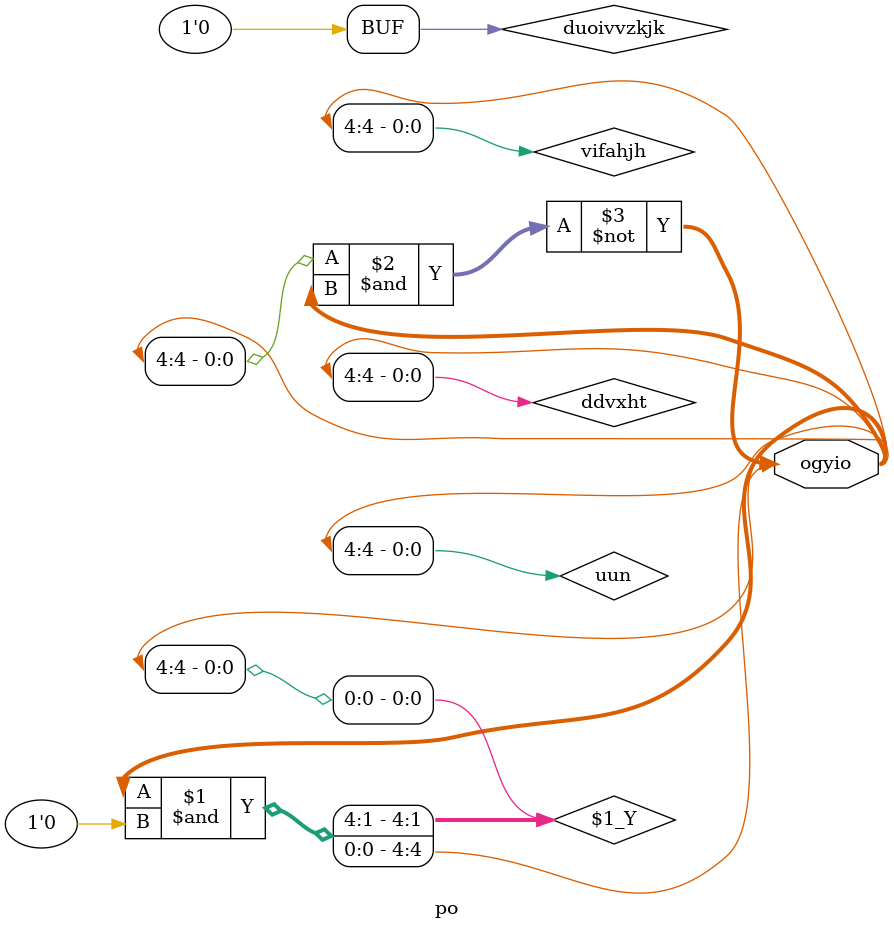
<source format=sv>

module po
  (output reg [0:4]  ogyio);
  
  
  and vfgwahj(ddvxht, ogyio, duoivvzkjk);
  // warning: implicit conversion of port connection truncates from 5 to 1 bits
  //   reg [0:4]  ogyio -> logic ogyio
  
  nand c(ogyio, uun, ogyio);
  // warning: implicit conversion of port connection expands from 1 to 5 bits
  //   logic ogyio -> reg [0:4]  ogyio
  //
  // warning: implicit conversion of port connection truncates from 5 to 1 bits
  //   reg [0:4]  ogyio -> logic ogyio
  
  or o(kg, vifahjh, vbmkte);
  
  not ckdmcdx(duoivvzkjk, duoivvzkjk);
  
  
  // Single-driven assigns
  
  // Multi-driven assigns
  assign duoivvzkjk = 'b1zz0;
  assign vifahjh = ogyio;
  assign uun = ddvxht;
  assign ddvxht = ogyio;
endmodule: po



// Seed after: 18330800851769687519,5224943229413370507

</source>
